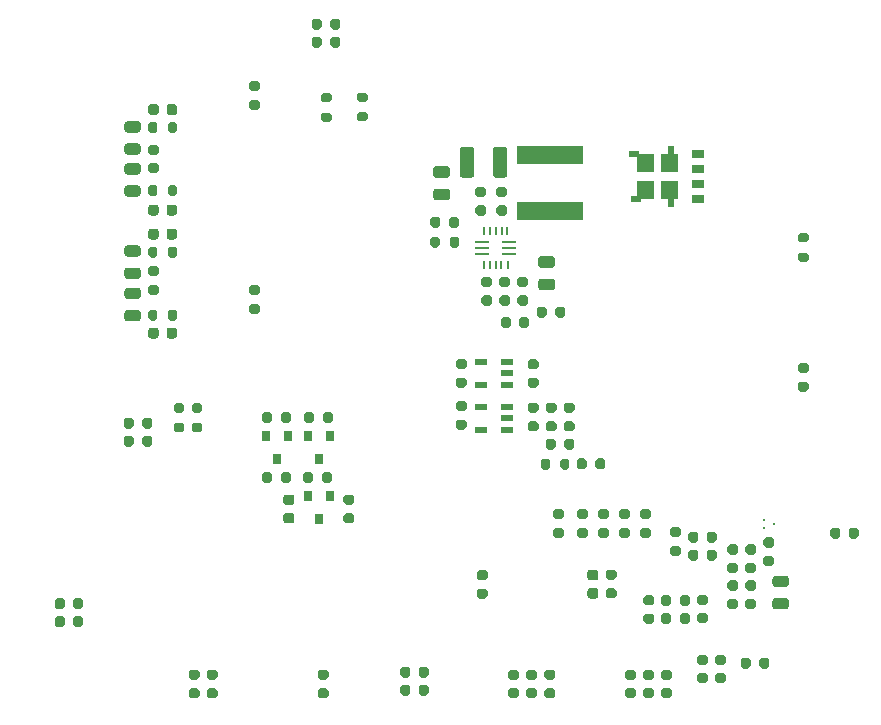
<source format=gbp>
G04 #@! TF.GenerationSoftware,KiCad,Pcbnew,(5.1.9)-1*
G04 #@! TF.CreationDate,2021-04-10T14:09:46+02:00*
G04 #@! TF.ProjectId,musical-box,6d757369-6361-46c2-9d62-6f782e6b6963,rev?*
G04 #@! TF.SameCoordinates,Original*
G04 #@! TF.FileFunction,Paste,Bot*
G04 #@! TF.FilePolarity,Positive*
%FSLAX46Y46*%
G04 Gerber Fmt 4.6, Leading zero omitted, Abs format (unit mm)*
G04 Created by KiCad (PCBNEW (5.1.9)-1) date 2021-04-10 14:09:46*
%MOMM*%
%LPD*%
G01*
G04 APERTURE LIST*
%ADD10C,0.010000*%
%ADD11R,0.780000X0.880000*%
%ADD12R,0.280000X0.280000*%
%ADD13R,0.980000X0.730000*%
%ADD14R,1.040000X0.630000*%
%ADD15R,0.230000X0.730000*%
%ADD16R,1.280000X0.230000*%
%ADD17R,5.680000X1.580000*%
G04 APERTURE END LIST*
D10*
G36*
X401390500Y-139866000D02*
G01*
X400110500Y-139866000D01*
X400110500Y-141306000D01*
X401390500Y-141306000D01*
X401390500Y-139866000D01*
G37*
X401390500Y-139866000D02*
X400110500Y-139866000D01*
X400110500Y-141306000D01*
X401390500Y-141306000D01*
X401390500Y-139866000D01*
G36*
X403420500Y-139866000D02*
G01*
X402140500Y-139866000D01*
X402140500Y-141306000D01*
X403420500Y-141306000D01*
X403420500Y-139866000D01*
G37*
X403420500Y-139866000D02*
X402140500Y-139866000D01*
X402140500Y-141306000D01*
X403420500Y-141306000D01*
X403420500Y-139866000D01*
G36*
X401390500Y-137586000D02*
G01*
X400110500Y-137586000D01*
X400110500Y-139026000D01*
X401390500Y-139026000D01*
X401390500Y-137586000D01*
G37*
X401390500Y-137586000D02*
X400110500Y-137586000D01*
X400110500Y-139026000D01*
X401390500Y-139026000D01*
X401390500Y-137586000D01*
G36*
X403420500Y-137586000D02*
G01*
X402140500Y-137586000D01*
X402140500Y-139026000D01*
X403420500Y-139026000D01*
X403420500Y-137586000D01*
G37*
X403420500Y-137586000D02*
X402140500Y-137586000D01*
X402140500Y-139026000D01*
X403420500Y-139026000D01*
X403420500Y-137586000D01*
G36*
X400292000Y-141116000D02*
G01*
X399542000Y-141116000D01*
X399542000Y-141586000D01*
X400292000Y-141586000D01*
X400292000Y-141116000D01*
G37*
X400292000Y-141116000D02*
X399542000Y-141116000D01*
X399542000Y-141586000D01*
X400292000Y-141586000D01*
X400292000Y-141116000D01*
G36*
X403160500Y-136906000D02*
G01*
X402670500Y-136906000D01*
X402670500Y-137811000D01*
X403160500Y-137811000D01*
X403160500Y-136906000D01*
G37*
X403160500Y-136906000D02*
X402670500Y-136906000D01*
X402670500Y-137811000D01*
X403160500Y-137811000D01*
X403160500Y-136906000D01*
G36*
X403160500Y-141081000D02*
G01*
X402670500Y-141081000D01*
X402670500Y-141986000D01*
X403160500Y-141986000D01*
X403160500Y-141081000D01*
G37*
X403160500Y-141081000D02*
X402670500Y-141081000D01*
X402670500Y-141986000D01*
X403160500Y-141986000D01*
X403160500Y-141081000D01*
G36*
X400165000Y-137306000D02*
G01*
X399415000Y-137306000D01*
X399415000Y-137776000D01*
X400165000Y-137776000D01*
X400165000Y-137306000D01*
G37*
X400165000Y-137306000D02*
X399415000Y-137306000D01*
X399415000Y-137776000D01*
X400165000Y-137776000D01*
X400165000Y-137306000D01*
G36*
G01*
X383359000Y-144764000D02*
X383359000Y-145304000D01*
G75*
G02*
X383164000Y-145499000I-195000J0D01*
G01*
X382774000Y-145499000D01*
G75*
G02*
X382579000Y-145304000I0J195000D01*
G01*
X382579000Y-144764000D01*
G75*
G02*
X382774000Y-144569000I195000J0D01*
G01*
X383164000Y-144569000D01*
G75*
G02*
X383359000Y-144764000I0J-195000D01*
G01*
G37*
G36*
G01*
X385009000Y-144764000D02*
X385009000Y-145304000D01*
G75*
G02*
X384814000Y-145499000I-195000J0D01*
G01*
X384424000Y-145499000D01*
G75*
G02*
X384229000Y-145304000I0J195000D01*
G01*
X384229000Y-144764000D01*
G75*
G02*
X384424000Y-144569000I195000J0D01*
G01*
X384814000Y-144569000D01*
G75*
G02*
X385009000Y-144764000I0J-195000D01*
G01*
G37*
D11*
X369570000Y-163433000D03*
X370520000Y-161433000D03*
X368620000Y-161433000D03*
X373126000Y-163433000D03*
X374076000Y-161433000D03*
X372176000Y-161433000D03*
G36*
G01*
X383998000Y-139596000D02*
X383058000Y-139596000D01*
G75*
G02*
X382813000Y-139351000I0J245000D01*
G01*
X382813000Y-138861000D01*
G75*
G02*
X383058000Y-138616000I245000J0D01*
G01*
X383998000Y-138616000D01*
G75*
G02*
X384243000Y-138861000I0J-245000D01*
G01*
X384243000Y-139351000D01*
G75*
G02*
X383998000Y-139596000I-245000J0D01*
G01*
G37*
G36*
G01*
X383998000Y-141496000D02*
X383058000Y-141496000D01*
G75*
G02*
X382813000Y-141251000I0J245000D01*
G01*
X382813000Y-140761000D01*
G75*
G02*
X383058000Y-140516000I245000J0D01*
G01*
X383998000Y-140516000D01*
G75*
G02*
X384243000Y-140761000I0J-245000D01*
G01*
X384243000Y-141251000D01*
G75*
G02*
X383998000Y-141496000I-245000J0D01*
G01*
G37*
G36*
G01*
X392888000Y-147216000D02*
X391948000Y-147216000D01*
G75*
G02*
X391703000Y-146971000I0J245000D01*
G01*
X391703000Y-146481000D01*
G75*
G02*
X391948000Y-146236000I245000J0D01*
G01*
X392888000Y-146236000D01*
G75*
G02*
X393133000Y-146481000I0J-245000D01*
G01*
X393133000Y-146971000D01*
G75*
G02*
X392888000Y-147216000I-245000J0D01*
G01*
G37*
G36*
G01*
X392888000Y-149116000D02*
X391948000Y-149116000D01*
G75*
G02*
X391703000Y-148871000I0J245000D01*
G01*
X391703000Y-148381000D01*
G75*
G02*
X391948000Y-148136000I245000J0D01*
G01*
X392888000Y-148136000D01*
G75*
G02*
X393133000Y-148381000I0J-245000D01*
G01*
X393133000Y-148871000D01*
G75*
G02*
X392888000Y-149116000I-245000J0D01*
G01*
G37*
D12*
X411651000Y-168910000D03*
X410801000Y-168560000D03*
X410801000Y-169260000D03*
G36*
G01*
X411477250Y-170899500D02*
X410974750Y-170899500D01*
G75*
G02*
X410761000Y-170685750I0J213750D01*
G01*
X410761000Y-170258250D01*
G75*
G02*
X410974750Y-170044500I213750J0D01*
G01*
X411477250Y-170044500D01*
G75*
G02*
X411691000Y-170258250I0J-213750D01*
G01*
X411691000Y-170685750D01*
G75*
G02*
X411477250Y-170899500I-213750J0D01*
G01*
G37*
G36*
G01*
X411477250Y-172474500D02*
X410974750Y-172474500D01*
G75*
G02*
X410761000Y-172260750I0J213750D01*
G01*
X410761000Y-171833250D01*
G75*
G02*
X410974750Y-171619500I213750J0D01*
G01*
X411477250Y-171619500D01*
G75*
G02*
X411691000Y-171833250I0J-213750D01*
G01*
X411691000Y-172260750D01*
G75*
G02*
X411477250Y-172474500I-213750J0D01*
G01*
G37*
G36*
G01*
X417999500Y-169923250D02*
X417999500Y-169420750D01*
G75*
G02*
X418213250Y-169207000I213750J0D01*
G01*
X418640750Y-169207000D01*
G75*
G02*
X418854500Y-169420750I0J-213750D01*
G01*
X418854500Y-169923250D01*
G75*
G02*
X418640750Y-170137000I-213750J0D01*
G01*
X418213250Y-170137000D01*
G75*
G02*
X417999500Y-169923250I0J213750D01*
G01*
G37*
G36*
G01*
X416424500Y-169923250D02*
X416424500Y-169420750D01*
G75*
G02*
X416638250Y-169207000I213750J0D01*
G01*
X417065750Y-169207000D01*
G75*
G02*
X417279500Y-169420750I0J-213750D01*
G01*
X417279500Y-169923250D01*
G75*
G02*
X417065750Y-170137000I-213750J0D01*
G01*
X416638250Y-170137000D01*
G75*
G02*
X416424500Y-169923250I0J213750D01*
G01*
G37*
G36*
G01*
X376539000Y-134039000D02*
X377079000Y-134039000D01*
G75*
G02*
X377274000Y-134234000I0J-195000D01*
G01*
X377274000Y-134624000D01*
G75*
G02*
X377079000Y-134819000I-195000J0D01*
G01*
X376539000Y-134819000D01*
G75*
G02*
X376344000Y-134624000I0J195000D01*
G01*
X376344000Y-134234000D01*
G75*
G02*
X376539000Y-134039000I195000J0D01*
G01*
G37*
G36*
G01*
X376539000Y-132389000D02*
X377079000Y-132389000D01*
G75*
G02*
X377274000Y-132584000I0J-195000D01*
G01*
X377274000Y-132974000D01*
G75*
G02*
X377079000Y-133169000I-195000J0D01*
G01*
X376539000Y-133169000D01*
G75*
G02*
X376344000Y-132974000I0J195000D01*
G01*
X376344000Y-132584000D01*
G75*
G02*
X376539000Y-132389000I195000J0D01*
G01*
G37*
G36*
G01*
X373498000Y-134075000D02*
X374038000Y-134075000D01*
G75*
G02*
X374233000Y-134270000I0J-195000D01*
G01*
X374233000Y-134660000D01*
G75*
G02*
X374038000Y-134855000I-195000J0D01*
G01*
X373498000Y-134855000D01*
G75*
G02*
X373303000Y-134660000I0J195000D01*
G01*
X373303000Y-134270000D01*
G75*
G02*
X373498000Y-134075000I195000J0D01*
G01*
G37*
G36*
G01*
X373498000Y-132425000D02*
X374038000Y-132425000D01*
G75*
G02*
X374233000Y-132620000I0J-195000D01*
G01*
X374233000Y-133010000D01*
G75*
G02*
X374038000Y-133205000I-195000J0D01*
G01*
X373498000Y-133205000D01*
G75*
G02*
X373303000Y-133010000I0J195000D01*
G01*
X373303000Y-132620000D01*
G75*
G02*
X373498000Y-132425000I195000J0D01*
G01*
G37*
G36*
G01*
X392705000Y-163560000D02*
X392705000Y-164100000D01*
G75*
G02*
X392510000Y-164295000I-195000J0D01*
G01*
X392120000Y-164295000D01*
G75*
G02*
X391925000Y-164100000I0J195000D01*
G01*
X391925000Y-163560000D01*
G75*
G02*
X392120000Y-163365000I195000J0D01*
G01*
X392510000Y-163365000D01*
G75*
G02*
X392705000Y-163560000I0J-195000D01*
G01*
G37*
G36*
G01*
X394355000Y-163560000D02*
X394355000Y-164100000D01*
G75*
G02*
X394160000Y-164295000I-195000J0D01*
G01*
X393770000Y-164295000D01*
G75*
G02*
X393575000Y-164100000I0J195000D01*
G01*
X393575000Y-163560000D01*
G75*
G02*
X393770000Y-163365000I195000J0D01*
G01*
X394160000Y-163365000D01*
G75*
G02*
X394355000Y-163560000I0J-195000D01*
G01*
G37*
G36*
G01*
X414405000Y-145068000D02*
X413865000Y-145068000D01*
G75*
G02*
X413670000Y-144873000I0J195000D01*
G01*
X413670000Y-144483000D01*
G75*
G02*
X413865000Y-144288000I195000J0D01*
G01*
X414405000Y-144288000D01*
G75*
G02*
X414600000Y-144483000I0J-195000D01*
G01*
X414600000Y-144873000D01*
G75*
G02*
X414405000Y-145068000I-195000J0D01*
G01*
G37*
G36*
G01*
X414405000Y-146718000D02*
X413865000Y-146718000D01*
G75*
G02*
X413670000Y-146523000I0J195000D01*
G01*
X413670000Y-146133000D01*
G75*
G02*
X413865000Y-145938000I195000J0D01*
G01*
X414405000Y-145938000D01*
G75*
G02*
X414600000Y-146133000I0J-195000D01*
G01*
X414600000Y-146523000D01*
G75*
G02*
X414405000Y-146718000I-195000J0D01*
G01*
G37*
G36*
G01*
X405877250Y-180830000D02*
X405374750Y-180830000D01*
G75*
G02*
X405161000Y-180616250I0J213750D01*
G01*
X405161000Y-180188750D01*
G75*
G02*
X405374750Y-179975000I213750J0D01*
G01*
X405877250Y-179975000D01*
G75*
G02*
X406091000Y-180188750I0J-213750D01*
G01*
X406091000Y-180616250D01*
G75*
G02*
X405877250Y-180830000I-213750J0D01*
G01*
G37*
G36*
G01*
X405877250Y-182405000D02*
X405374750Y-182405000D01*
G75*
G02*
X405161000Y-182191250I0J213750D01*
G01*
X405161000Y-181763750D01*
G75*
G02*
X405374750Y-181550000I213750J0D01*
G01*
X405877250Y-181550000D01*
G75*
G02*
X406091000Y-181763750I0J-213750D01*
G01*
X406091000Y-182191250D01*
G75*
G02*
X405877250Y-182405000I-213750J0D01*
G01*
G37*
G36*
G01*
X380882000Y-182716750D02*
X380882000Y-183219250D01*
G75*
G02*
X380668250Y-183433000I-213750J0D01*
G01*
X380240750Y-183433000D01*
G75*
G02*
X380027000Y-183219250I0J213750D01*
G01*
X380027000Y-182716750D01*
G75*
G02*
X380240750Y-182503000I213750J0D01*
G01*
X380668250Y-182503000D01*
G75*
G02*
X380882000Y-182716750I0J-213750D01*
G01*
G37*
G36*
G01*
X382457000Y-182716750D02*
X382457000Y-183219250D01*
G75*
G02*
X382243250Y-183433000I-213750J0D01*
G01*
X381815750Y-183433000D01*
G75*
G02*
X381602000Y-183219250I0J213750D01*
G01*
X381602000Y-182716750D01*
G75*
G02*
X381815750Y-182503000I213750J0D01*
G01*
X382243250Y-182503000D01*
G75*
G02*
X382457000Y-182716750I0J-213750D01*
G01*
G37*
G36*
G01*
X380882000Y-181192750D02*
X380882000Y-181695250D01*
G75*
G02*
X380668250Y-181909000I-213750J0D01*
G01*
X380240750Y-181909000D01*
G75*
G02*
X380027000Y-181695250I0J213750D01*
G01*
X380027000Y-181192750D01*
G75*
G02*
X380240750Y-180979000I213750J0D01*
G01*
X380668250Y-180979000D01*
G75*
G02*
X380882000Y-181192750I0J-213750D01*
G01*
G37*
G36*
G01*
X382457000Y-181192750D02*
X382457000Y-181695250D01*
G75*
G02*
X382243250Y-181909000I-213750J0D01*
G01*
X381815750Y-181909000D01*
G75*
G02*
X381602000Y-181695250I0J213750D01*
G01*
X381602000Y-181192750D01*
G75*
G02*
X381815750Y-180979000I213750J0D01*
G01*
X382243250Y-180979000D01*
G75*
G02*
X382457000Y-181192750I0J-213750D01*
G01*
G37*
G36*
G01*
X387201250Y-173657000D02*
X386698750Y-173657000D01*
G75*
G02*
X386485000Y-173443250I0J213750D01*
G01*
X386485000Y-173015750D01*
G75*
G02*
X386698750Y-172802000I213750J0D01*
G01*
X387201250Y-172802000D01*
G75*
G02*
X387415000Y-173015750I0J-213750D01*
G01*
X387415000Y-173443250D01*
G75*
G02*
X387201250Y-173657000I-213750J0D01*
G01*
G37*
G36*
G01*
X387201250Y-175232000D02*
X386698750Y-175232000D01*
G75*
G02*
X386485000Y-175018250I0J213750D01*
G01*
X386485000Y-174590750D01*
G75*
G02*
X386698750Y-174377000I213750J0D01*
G01*
X387201250Y-174377000D01*
G75*
G02*
X387415000Y-174590750I0J-213750D01*
G01*
X387415000Y-175018250D01*
G75*
G02*
X387201250Y-175232000I-213750J0D01*
G01*
G37*
G36*
G01*
X362321750Y-182820000D02*
X362824250Y-182820000D01*
G75*
G02*
X363038000Y-183033750I0J-213750D01*
G01*
X363038000Y-183461250D01*
G75*
G02*
X362824250Y-183675000I-213750J0D01*
G01*
X362321750Y-183675000D01*
G75*
G02*
X362108000Y-183461250I0J213750D01*
G01*
X362108000Y-183033750D01*
G75*
G02*
X362321750Y-182820000I213750J0D01*
G01*
G37*
G36*
G01*
X362321750Y-181245000D02*
X362824250Y-181245000D01*
G75*
G02*
X363038000Y-181458750I0J-213750D01*
G01*
X363038000Y-181886250D01*
G75*
G02*
X362824250Y-182100000I-213750J0D01*
G01*
X362321750Y-182100000D01*
G75*
G02*
X362108000Y-181886250I0J213750D01*
G01*
X362108000Y-181458750D01*
G75*
G02*
X362321750Y-181245000I213750J0D01*
G01*
G37*
G36*
G01*
X402829250Y-182100000D02*
X402326750Y-182100000D01*
G75*
G02*
X402113000Y-181886250I0J213750D01*
G01*
X402113000Y-181458750D01*
G75*
G02*
X402326750Y-181245000I213750J0D01*
G01*
X402829250Y-181245000D01*
G75*
G02*
X403043000Y-181458750I0J-213750D01*
G01*
X403043000Y-181886250D01*
G75*
G02*
X402829250Y-182100000I-213750J0D01*
G01*
G37*
G36*
G01*
X402829250Y-183675000D02*
X402326750Y-183675000D01*
G75*
G02*
X402113000Y-183461250I0J213750D01*
G01*
X402113000Y-183033750D01*
G75*
G02*
X402326750Y-182820000I213750J0D01*
G01*
X402829250Y-182820000D01*
G75*
G02*
X403043000Y-183033750I0J-213750D01*
G01*
X403043000Y-183461250D01*
G75*
G02*
X402829250Y-183675000I-213750J0D01*
G01*
G37*
G36*
G01*
X414386250Y-156128500D02*
X413883750Y-156128500D01*
G75*
G02*
X413670000Y-155914750I0J213750D01*
G01*
X413670000Y-155487250D01*
G75*
G02*
X413883750Y-155273500I213750J0D01*
G01*
X414386250Y-155273500D01*
G75*
G02*
X414600000Y-155487250I0J-213750D01*
G01*
X414600000Y-155914750D01*
G75*
G02*
X414386250Y-156128500I-213750J0D01*
G01*
G37*
G36*
G01*
X414386250Y-157703500D02*
X413883750Y-157703500D01*
G75*
G02*
X413670000Y-157489750I0J213750D01*
G01*
X413670000Y-157062250D01*
G75*
G02*
X413883750Y-156848500I213750J0D01*
G01*
X414386250Y-156848500D01*
G75*
G02*
X414600000Y-157062250I0J-213750D01*
G01*
X414600000Y-157489750D01*
G75*
G02*
X414386250Y-157703500I-213750J0D01*
G01*
G37*
D13*
X405258000Y-137541000D03*
X405258000Y-141351000D03*
X405258000Y-138811000D03*
X405258000Y-140081000D03*
G36*
G01*
X370341000Y-167975000D02*
X370831000Y-167975000D01*
G75*
G02*
X371051000Y-168195000I0J-220000D01*
G01*
X371051000Y-168635000D01*
G75*
G02*
X370831000Y-168855000I-220000J0D01*
G01*
X370341000Y-168855000D01*
G75*
G02*
X370121000Y-168635000I0J220000D01*
G01*
X370121000Y-168195000D01*
G75*
G02*
X370341000Y-167975000I220000J0D01*
G01*
G37*
G36*
G01*
X370341000Y-166425000D02*
X370831000Y-166425000D01*
G75*
G02*
X371051000Y-166645000I0J-220000D01*
G01*
X371051000Y-167085000D01*
G75*
G02*
X370831000Y-167305000I-220000J0D01*
G01*
X370341000Y-167305000D01*
G75*
G02*
X370121000Y-167085000I0J220000D01*
G01*
X370121000Y-166645000D01*
G75*
G02*
X370341000Y-166425000I220000J0D01*
G01*
G37*
G36*
G01*
X396585000Y-173670000D02*
X396095000Y-173670000D01*
G75*
G02*
X395875000Y-173450000I0J220000D01*
G01*
X395875000Y-173010000D01*
G75*
G02*
X396095000Y-172790000I220000J0D01*
G01*
X396585000Y-172790000D01*
G75*
G02*
X396805000Y-173010000I0J-220000D01*
G01*
X396805000Y-173450000D01*
G75*
G02*
X396585000Y-173670000I-220000J0D01*
G01*
G37*
G36*
G01*
X396585000Y-175220000D02*
X396095000Y-175220000D01*
G75*
G02*
X395875000Y-175000000I0J220000D01*
G01*
X395875000Y-174560000D01*
G75*
G02*
X396095000Y-174340000I220000J0D01*
G01*
X396585000Y-174340000D01*
G75*
G02*
X396805000Y-174560000I0J-220000D01*
G01*
X396805000Y-175000000D01*
G75*
G02*
X396585000Y-175220000I-220000J0D01*
G01*
G37*
G36*
G01*
X358173000Y-160613250D02*
X358173000Y-160110750D01*
G75*
G02*
X358386750Y-159897000I213750J0D01*
G01*
X358814250Y-159897000D01*
G75*
G02*
X359028000Y-160110750I0J-213750D01*
G01*
X359028000Y-160613250D01*
G75*
G02*
X358814250Y-160827000I-213750J0D01*
G01*
X358386750Y-160827000D01*
G75*
G02*
X358173000Y-160613250I0J213750D01*
G01*
G37*
G36*
G01*
X356598000Y-160613250D02*
X356598000Y-160110750D01*
G75*
G02*
X356811750Y-159897000I213750J0D01*
G01*
X357239250Y-159897000D01*
G75*
G02*
X357453000Y-160110750I0J-213750D01*
G01*
X357453000Y-160613250D01*
G75*
G02*
X357239250Y-160827000I-213750J0D01*
G01*
X356811750Y-160827000D01*
G75*
G02*
X356598000Y-160613250I0J213750D01*
G01*
G37*
G36*
G01*
X361023500Y-160343000D02*
X361563500Y-160343000D01*
G75*
G02*
X361758500Y-160538000I0J-195000D01*
G01*
X361758500Y-160928000D01*
G75*
G02*
X361563500Y-161123000I-195000J0D01*
G01*
X361023500Y-161123000D01*
G75*
G02*
X360828500Y-160928000I0J195000D01*
G01*
X360828500Y-160538000D01*
G75*
G02*
X361023500Y-160343000I195000J0D01*
G01*
G37*
G36*
G01*
X361023500Y-158693000D02*
X361563500Y-158693000D01*
G75*
G02*
X361758500Y-158888000I0J-195000D01*
G01*
X361758500Y-159278000D01*
G75*
G02*
X361563500Y-159473000I-195000J0D01*
G01*
X361023500Y-159473000D01*
G75*
G02*
X360828500Y-159278000I0J195000D01*
G01*
X360828500Y-158888000D01*
G75*
G02*
X361023500Y-158693000I195000J0D01*
G01*
G37*
G36*
G01*
X362547500Y-160343000D02*
X363087500Y-160343000D01*
G75*
G02*
X363282500Y-160538000I0J-195000D01*
G01*
X363282500Y-160928000D01*
G75*
G02*
X363087500Y-161123000I-195000J0D01*
G01*
X362547500Y-161123000D01*
G75*
G02*
X362352500Y-160928000I0J195000D01*
G01*
X362352500Y-160538000D01*
G75*
G02*
X362547500Y-160343000I195000J0D01*
G01*
G37*
G36*
G01*
X362547500Y-158693000D02*
X363087500Y-158693000D01*
G75*
G02*
X363282500Y-158888000I0J-195000D01*
G01*
X363282500Y-159278000D01*
G75*
G02*
X363087500Y-159473000I-195000J0D01*
G01*
X362547500Y-159473000D01*
G75*
G02*
X362352500Y-159278000I0J195000D01*
G01*
X362352500Y-158888000D01*
G75*
G02*
X362547500Y-158693000I195000J0D01*
G01*
G37*
G36*
G01*
X359471000Y-135073000D02*
X359471000Y-135613000D01*
G75*
G02*
X359276000Y-135808000I-195000J0D01*
G01*
X358886000Y-135808000D01*
G75*
G02*
X358691000Y-135613000I0J195000D01*
G01*
X358691000Y-135073000D01*
G75*
G02*
X358886000Y-134878000I195000J0D01*
G01*
X359276000Y-134878000D01*
G75*
G02*
X359471000Y-135073000I0J-195000D01*
G01*
G37*
G36*
G01*
X361121000Y-135073000D02*
X361121000Y-135613000D01*
G75*
G02*
X360926000Y-135808000I-195000J0D01*
G01*
X360536000Y-135808000D01*
G75*
G02*
X360341000Y-135613000I0J195000D01*
G01*
X360341000Y-135073000D01*
G75*
G02*
X360536000Y-134878000I195000J0D01*
G01*
X360926000Y-134878000D01*
G75*
G02*
X361121000Y-135073000I0J-195000D01*
G01*
G37*
G36*
G01*
X359471000Y-140407000D02*
X359471000Y-140947000D01*
G75*
G02*
X359276000Y-141142000I-195000J0D01*
G01*
X358886000Y-141142000D01*
G75*
G02*
X358691000Y-140947000I0J195000D01*
G01*
X358691000Y-140407000D01*
G75*
G02*
X358886000Y-140212000I195000J0D01*
G01*
X359276000Y-140212000D01*
G75*
G02*
X359471000Y-140407000I0J-195000D01*
G01*
G37*
G36*
G01*
X361121000Y-140407000D02*
X361121000Y-140947000D01*
G75*
G02*
X360926000Y-141142000I-195000J0D01*
G01*
X360536000Y-141142000D01*
G75*
G02*
X360341000Y-140947000I0J195000D01*
G01*
X360341000Y-140407000D01*
G75*
G02*
X360536000Y-140212000I195000J0D01*
G01*
X360926000Y-140212000D01*
G75*
G02*
X361121000Y-140407000I0J-195000D01*
G01*
G37*
G36*
G01*
X359471000Y-145614000D02*
X359471000Y-146154000D01*
G75*
G02*
X359276000Y-146349000I-195000J0D01*
G01*
X358886000Y-146349000D01*
G75*
G02*
X358691000Y-146154000I0J195000D01*
G01*
X358691000Y-145614000D01*
G75*
G02*
X358886000Y-145419000I195000J0D01*
G01*
X359276000Y-145419000D01*
G75*
G02*
X359471000Y-145614000I0J-195000D01*
G01*
G37*
G36*
G01*
X361121000Y-145614000D02*
X361121000Y-146154000D01*
G75*
G02*
X360926000Y-146349000I-195000J0D01*
G01*
X360536000Y-146349000D01*
G75*
G02*
X360341000Y-146154000I0J195000D01*
G01*
X360341000Y-145614000D01*
G75*
G02*
X360536000Y-145419000I195000J0D01*
G01*
X360926000Y-145419000D01*
G75*
G02*
X361121000Y-145614000I0J-195000D01*
G01*
G37*
G36*
G01*
X359471000Y-150948000D02*
X359471000Y-151488000D01*
G75*
G02*
X359276000Y-151683000I-195000J0D01*
G01*
X358886000Y-151683000D01*
G75*
G02*
X358691000Y-151488000I0J195000D01*
G01*
X358691000Y-150948000D01*
G75*
G02*
X358886000Y-150753000I195000J0D01*
G01*
X359276000Y-150753000D01*
G75*
G02*
X359471000Y-150948000I0J-195000D01*
G01*
G37*
G36*
G01*
X361121000Y-150948000D02*
X361121000Y-151488000D01*
G75*
G02*
X360926000Y-151683000I-195000J0D01*
G01*
X360536000Y-151683000D01*
G75*
G02*
X360341000Y-151488000I0J195000D01*
G01*
X360341000Y-150948000D01*
G75*
G02*
X360536000Y-150753000I195000J0D01*
G01*
X360926000Y-150753000D01*
G75*
G02*
X361121000Y-150948000I0J-195000D01*
G01*
G37*
G36*
G01*
X359571000Y-133574000D02*
X359571000Y-134064000D01*
G75*
G02*
X359351000Y-134284000I-220000J0D01*
G01*
X358911000Y-134284000D01*
G75*
G02*
X358691000Y-134064000I0J220000D01*
G01*
X358691000Y-133574000D01*
G75*
G02*
X358911000Y-133354000I220000J0D01*
G01*
X359351000Y-133354000D01*
G75*
G02*
X359571000Y-133574000I0J-220000D01*
G01*
G37*
G36*
G01*
X361121000Y-133574000D02*
X361121000Y-134064000D01*
G75*
G02*
X360901000Y-134284000I-220000J0D01*
G01*
X360461000Y-134284000D01*
G75*
G02*
X360241000Y-134064000I0J220000D01*
G01*
X360241000Y-133574000D01*
G75*
G02*
X360461000Y-133354000I220000J0D01*
G01*
X360901000Y-133354000D01*
G75*
G02*
X361121000Y-133574000I0J-220000D01*
G01*
G37*
G36*
G01*
X359571000Y-142083000D02*
X359571000Y-142573000D01*
G75*
G02*
X359351000Y-142793000I-220000J0D01*
G01*
X358911000Y-142793000D01*
G75*
G02*
X358691000Y-142573000I0J220000D01*
G01*
X358691000Y-142083000D01*
G75*
G02*
X358911000Y-141863000I220000J0D01*
G01*
X359351000Y-141863000D01*
G75*
G02*
X359571000Y-142083000I0J-220000D01*
G01*
G37*
G36*
G01*
X361121000Y-142083000D02*
X361121000Y-142573000D01*
G75*
G02*
X360901000Y-142793000I-220000J0D01*
G01*
X360461000Y-142793000D01*
G75*
G02*
X360241000Y-142573000I0J220000D01*
G01*
X360241000Y-142083000D01*
G75*
G02*
X360461000Y-141863000I220000J0D01*
G01*
X360901000Y-141863000D01*
G75*
G02*
X361121000Y-142083000I0J-220000D01*
G01*
G37*
G36*
G01*
X359571000Y-144115000D02*
X359571000Y-144605000D01*
G75*
G02*
X359351000Y-144825000I-220000J0D01*
G01*
X358911000Y-144825000D01*
G75*
G02*
X358691000Y-144605000I0J220000D01*
G01*
X358691000Y-144115000D01*
G75*
G02*
X358911000Y-143895000I220000J0D01*
G01*
X359351000Y-143895000D01*
G75*
G02*
X359571000Y-144115000I0J-220000D01*
G01*
G37*
G36*
G01*
X361121000Y-144115000D02*
X361121000Y-144605000D01*
G75*
G02*
X360901000Y-144825000I-220000J0D01*
G01*
X360461000Y-144825000D01*
G75*
G02*
X360241000Y-144605000I0J220000D01*
G01*
X360241000Y-144115000D01*
G75*
G02*
X360461000Y-143895000I220000J0D01*
G01*
X360901000Y-143895000D01*
G75*
G02*
X361121000Y-144115000I0J-220000D01*
G01*
G37*
G36*
G01*
X359571000Y-152497000D02*
X359571000Y-152987000D01*
G75*
G02*
X359351000Y-153207000I-220000J0D01*
G01*
X358911000Y-153207000D01*
G75*
G02*
X358691000Y-152987000I0J220000D01*
G01*
X358691000Y-152497000D01*
G75*
G02*
X358911000Y-152277000I220000J0D01*
G01*
X359351000Y-152277000D01*
G75*
G02*
X359571000Y-152497000I0J-220000D01*
G01*
G37*
G36*
G01*
X361121000Y-152497000D02*
X361121000Y-152987000D01*
G75*
G02*
X360901000Y-153207000I-220000J0D01*
G01*
X360461000Y-153207000D01*
G75*
G02*
X360241000Y-152987000I0J220000D01*
G01*
X360241000Y-152497000D01*
G75*
G02*
X360461000Y-152277000I220000J0D01*
G01*
X360901000Y-152277000D01*
G75*
G02*
X361121000Y-152497000I0J-220000D01*
G01*
G37*
G36*
G01*
X398123250Y-173631500D02*
X397620750Y-173631500D01*
G75*
G02*
X397407000Y-173417750I0J213750D01*
G01*
X397407000Y-172990250D01*
G75*
G02*
X397620750Y-172776500I213750J0D01*
G01*
X398123250Y-172776500D01*
G75*
G02*
X398337000Y-172990250I0J-213750D01*
G01*
X398337000Y-173417750D01*
G75*
G02*
X398123250Y-173631500I-213750J0D01*
G01*
G37*
G36*
G01*
X398123250Y-175206500D02*
X397620750Y-175206500D01*
G75*
G02*
X397407000Y-174992750I0J213750D01*
G01*
X397407000Y-174565250D01*
G75*
G02*
X397620750Y-174351500I213750J0D01*
G01*
X398123250Y-174351500D01*
G75*
G02*
X398337000Y-174565250I0J-213750D01*
G01*
X398337000Y-174992750D01*
G75*
G02*
X398123250Y-175206500I-213750J0D01*
G01*
G37*
D11*
X373126000Y-168513000D03*
X374076000Y-166513000D03*
X372176000Y-166513000D03*
D14*
X386873000Y-159017000D03*
X386873000Y-160917000D03*
X389073000Y-160917000D03*
X389073000Y-159967000D03*
X389073000Y-159017000D03*
X386873000Y-155207000D03*
X386873000Y-157107000D03*
X389073000Y-157107000D03*
X389073000Y-156157000D03*
X389073000Y-155207000D03*
D15*
X389104000Y-144074000D03*
X388608000Y-144074000D03*
X388104000Y-144074000D03*
X387604000Y-144074000D03*
X387084000Y-144074000D03*
D16*
X386950000Y-145020000D03*
X386950000Y-145520000D03*
X386950000Y-146020000D03*
D15*
X387096000Y-146974000D03*
X387596000Y-146974000D03*
X388096000Y-146974000D03*
X388596000Y-146974000D03*
X389116000Y-146974000D03*
D16*
X389250000Y-146028000D03*
X389250000Y-145528000D03*
X389250000Y-145028000D03*
G36*
G01*
X373389000Y-127852750D02*
X373389000Y-128355250D01*
G75*
G02*
X373175250Y-128569000I-213750J0D01*
G01*
X372747750Y-128569000D01*
G75*
G02*
X372534000Y-128355250I0J213750D01*
G01*
X372534000Y-127852750D01*
G75*
G02*
X372747750Y-127639000I213750J0D01*
G01*
X373175250Y-127639000D01*
G75*
G02*
X373389000Y-127852750I0J-213750D01*
G01*
G37*
G36*
G01*
X374964000Y-127852750D02*
X374964000Y-128355250D01*
G75*
G02*
X374750250Y-128569000I-213750J0D01*
G01*
X374322750Y-128569000D01*
G75*
G02*
X374109000Y-128355250I0J213750D01*
G01*
X374109000Y-127852750D01*
G75*
G02*
X374322750Y-127639000I213750J0D01*
G01*
X374750250Y-127639000D01*
G75*
G02*
X374964000Y-127852750I0J-213750D01*
G01*
G37*
G36*
G01*
X373389000Y-126328750D02*
X373389000Y-126831250D01*
G75*
G02*
X373175250Y-127045000I-213750J0D01*
G01*
X372747750Y-127045000D01*
G75*
G02*
X372534000Y-126831250I0J213750D01*
G01*
X372534000Y-126328750D01*
G75*
G02*
X372747750Y-126115000I213750J0D01*
G01*
X373175250Y-126115000D01*
G75*
G02*
X373389000Y-126328750I0J-213750D01*
G01*
G37*
G36*
G01*
X374964000Y-126328750D02*
X374964000Y-126831250D01*
G75*
G02*
X374750250Y-127045000I-213750J0D01*
G01*
X374322750Y-127045000D01*
G75*
G02*
X374109000Y-126831250I0J213750D01*
G01*
X374109000Y-126328750D01*
G75*
G02*
X374322750Y-126115000I213750J0D01*
G01*
X374750250Y-126115000D01*
G75*
G02*
X374964000Y-126328750I0J-213750D01*
G01*
G37*
G36*
G01*
X407401250Y-180830000D02*
X406898750Y-180830000D01*
G75*
G02*
X406685000Y-180616250I0J213750D01*
G01*
X406685000Y-180188750D01*
G75*
G02*
X406898750Y-179975000I213750J0D01*
G01*
X407401250Y-179975000D01*
G75*
G02*
X407615000Y-180188750I0J-213750D01*
G01*
X407615000Y-180616250D01*
G75*
G02*
X407401250Y-180830000I-213750J0D01*
G01*
G37*
G36*
G01*
X407401250Y-182405000D02*
X406898750Y-182405000D01*
G75*
G02*
X406685000Y-182191250I0J213750D01*
G01*
X406685000Y-181763750D01*
G75*
G02*
X406898750Y-181550000I213750J0D01*
G01*
X407401250Y-181550000D01*
G75*
G02*
X407615000Y-181763750I0J-213750D01*
G01*
X407615000Y-182191250D01*
G75*
G02*
X407401250Y-182405000I-213750J0D01*
G01*
G37*
G36*
G01*
X399781250Y-182100000D02*
X399278750Y-182100000D01*
G75*
G02*
X399065000Y-181886250I0J213750D01*
G01*
X399065000Y-181458750D01*
G75*
G02*
X399278750Y-181245000I213750J0D01*
G01*
X399781250Y-181245000D01*
G75*
G02*
X399995000Y-181458750I0J-213750D01*
G01*
X399995000Y-181886250D01*
G75*
G02*
X399781250Y-182100000I-213750J0D01*
G01*
G37*
G36*
G01*
X399781250Y-183675000D02*
X399278750Y-183675000D01*
G75*
G02*
X399065000Y-183461250I0J213750D01*
G01*
X399065000Y-183033750D01*
G75*
G02*
X399278750Y-182820000I213750J0D01*
G01*
X399781250Y-182820000D01*
G75*
G02*
X399995000Y-183033750I0J-213750D01*
G01*
X399995000Y-183461250D01*
G75*
G02*
X399781250Y-183675000I-213750J0D01*
G01*
G37*
G36*
G01*
X401305250Y-182100000D02*
X400802750Y-182100000D01*
G75*
G02*
X400589000Y-181886250I0J213750D01*
G01*
X400589000Y-181458750D01*
G75*
G02*
X400802750Y-181245000I213750J0D01*
G01*
X401305250Y-181245000D01*
G75*
G02*
X401519000Y-181458750I0J-213750D01*
G01*
X401519000Y-181886250D01*
G75*
G02*
X401305250Y-182100000I-213750J0D01*
G01*
G37*
G36*
G01*
X401305250Y-183675000D02*
X400802750Y-183675000D01*
G75*
G02*
X400589000Y-183461250I0J213750D01*
G01*
X400589000Y-183033750D01*
G75*
G02*
X400802750Y-182820000I213750J0D01*
G01*
X401305250Y-182820000D01*
G75*
G02*
X401519000Y-183033750I0J-213750D01*
G01*
X401519000Y-183461250D01*
G75*
G02*
X401305250Y-183675000I-213750J0D01*
G01*
G37*
G36*
G01*
X389875250Y-182100000D02*
X389372750Y-182100000D01*
G75*
G02*
X389159000Y-181886250I0J213750D01*
G01*
X389159000Y-181458750D01*
G75*
G02*
X389372750Y-181245000I213750J0D01*
G01*
X389875250Y-181245000D01*
G75*
G02*
X390089000Y-181458750I0J-213750D01*
G01*
X390089000Y-181886250D01*
G75*
G02*
X389875250Y-182100000I-213750J0D01*
G01*
G37*
G36*
G01*
X389875250Y-183675000D02*
X389372750Y-183675000D01*
G75*
G02*
X389159000Y-183461250I0J213750D01*
G01*
X389159000Y-183033750D01*
G75*
G02*
X389372750Y-182820000I213750J0D01*
G01*
X389875250Y-182820000D01*
G75*
G02*
X390089000Y-183033750I0J-213750D01*
G01*
X390089000Y-183461250D01*
G75*
G02*
X389875250Y-183675000I-213750J0D01*
G01*
G37*
G36*
G01*
X391399250Y-182100000D02*
X390896750Y-182100000D01*
G75*
G02*
X390683000Y-181886250I0J213750D01*
G01*
X390683000Y-181458750D01*
G75*
G02*
X390896750Y-181245000I213750J0D01*
G01*
X391399250Y-181245000D01*
G75*
G02*
X391613000Y-181458750I0J-213750D01*
G01*
X391613000Y-181886250D01*
G75*
G02*
X391399250Y-182100000I-213750J0D01*
G01*
G37*
G36*
G01*
X391399250Y-183675000D02*
X390896750Y-183675000D01*
G75*
G02*
X390683000Y-183461250I0J213750D01*
G01*
X390683000Y-183033750D01*
G75*
G02*
X390896750Y-182820000I213750J0D01*
G01*
X391399250Y-182820000D01*
G75*
G02*
X391613000Y-183033750I0J-213750D01*
G01*
X391613000Y-183461250D01*
G75*
G02*
X391399250Y-183675000I-213750J0D01*
G01*
G37*
G36*
G01*
X392942250Y-182100000D02*
X392439750Y-182100000D01*
G75*
G02*
X392226000Y-181886250I0J213750D01*
G01*
X392226000Y-181458750D01*
G75*
G02*
X392439750Y-181245000I213750J0D01*
G01*
X392942250Y-181245000D01*
G75*
G02*
X393156000Y-181458750I0J-213750D01*
G01*
X393156000Y-181886250D01*
G75*
G02*
X392942250Y-182100000I-213750J0D01*
G01*
G37*
G36*
G01*
X392942250Y-183675000D02*
X392439750Y-183675000D01*
G75*
G02*
X392226000Y-183461250I0J213750D01*
G01*
X392226000Y-183033750D01*
G75*
G02*
X392439750Y-182820000I213750J0D01*
G01*
X392942250Y-182820000D01*
G75*
G02*
X393156000Y-183033750I0J-213750D01*
G01*
X393156000Y-183461250D01*
G75*
G02*
X392942250Y-183675000I-213750J0D01*
G01*
G37*
G36*
G01*
X369930000Y-165224250D02*
X369930000Y-164721750D01*
G75*
G02*
X370143750Y-164508000I213750J0D01*
G01*
X370571250Y-164508000D01*
G75*
G02*
X370785000Y-164721750I0J-213750D01*
G01*
X370785000Y-165224250D01*
G75*
G02*
X370571250Y-165438000I-213750J0D01*
G01*
X370143750Y-165438000D01*
G75*
G02*
X369930000Y-165224250I0J213750D01*
G01*
G37*
G36*
G01*
X368355000Y-165224250D02*
X368355000Y-164721750D01*
G75*
G02*
X368568750Y-164508000I213750J0D01*
G01*
X368996250Y-164508000D01*
G75*
G02*
X369210000Y-164721750I0J-213750D01*
G01*
X369210000Y-165224250D01*
G75*
G02*
X368996250Y-165438000I-213750J0D01*
G01*
X368568750Y-165438000D01*
G75*
G02*
X368355000Y-165224250I0J213750D01*
G01*
G37*
G36*
G01*
X369930000Y-160144250D02*
X369930000Y-159641750D01*
G75*
G02*
X370143750Y-159428000I213750J0D01*
G01*
X370571250Y-159428000D01*
G75*
G02*
X370785000Y-159641750I0J-213750D01*
G01*
X370785000Y-160144250D01*
G75*
G02*
X370571250Y-160358000I-213750J0D01*
G01*
X370143750Y-160358000D01*
G75*
G02*
X369930000Y-160144250I0J213750D01*
G01*
G37*
G36*
G01*
X368355000Y-160144250D02*
X368355000Y-159641750D01*
G75*
G02*
X368568750Y-159428000I213750J0D01*
G01*
X368996250Y-159428000D01*
G75*
G02*
X369210000Y-159641750I0J-213750D01*
G01*
X369210000Y-160144250D01*
G75*
G02*
X368996250Y-160358000I-213750J0D01*
G01*
X368568750Y-160358000D01*
G75*
G02*
X368355000Y-160144250I0J213750D01*
G01*
G37*
G36*
G01*
X373486000Y-160144250D02*
X373486000Y-159641750D01*
G75*
G02*
X373699750Y-159428000I213750J0D01*
G01*
X374127250Y-159428000D01*
G75*
G02*
X374341000Y-159641750I0J-213750D01*
G01*
X374341000Y-160144250D01*
G75*
G02*
X374127250Y-160358000I-213750J0D01*
G01*
X373699750Y-160358000D01*
G75*
G02*
X373486000Y-160144250I0J213750D01*
G01*
G37*
G36*
G01*
X371911000Y-160144250D02*
X371911000Y-159641750D01*
G75*
G02*
X372124750Y-159428000I213750J0D01*
G01*
X372552250Y-159428000D01*
G75*
G02*
X372766000Y-159641750I0J-213750D01*
G01*
X372766000Y-160144250D01*
G75*
G02*
X372552250Y-160358000I-213750J0D01*
G01*
X372124750Y-160358000D01*
G75*
G02*
X371911000Y-160144250I0J213750D01*
G01*
G37*
G36*
G01*
X373359000Y-165224250D02*
X373359000Y-164721750D01*
G75*
G02*
X373572750Y-164508000I213750J0D01*
G01*
X374000250Y-164508000D01*
G75*
G02*
X374214000Y-164721750I0J-213750D01*
G01*
X374214000Y-165224250D01*
G75*
G02*
X374000250Y-165438000I-213750J0D01*
G01*
X373572750Y-165438000D01*
G75*
G02*
X373359000Y-165224250I0J213750D01*
G01*
G37*
G36*
G01*
X371784000Y-165224250D02*
X371784000Y-164721750D01*
G75*
G02*
X371997750Y-164508000I213750J0D01*
G01*
X372425250Y-164508000D01*
G75*
G02*
X372639000Y-164721750I0J-213750D01*
G01*
X372639000Y-165224250D01*
G75*
G02*
X372425250Y-165438000I-213750J0D01*
G01*
X371997750Y-165438000D01*
G75*
G02*
X371784000Y-165224250I0J213750D01*
G01*
G37*
G36*
G01*
X358173000Y-162137250D02*
X358173000Y-161634750D01*
G75*
G02*
X358386750Y-161421000I213750J0D01*
G01*
X358814250Y-161421000D01*
G75*
G02*
X359028000Y-161634750I0J-213750D01*
G01*
X359028000Y-162137250D01*
G75*
G02*
X358814250Y-162351000I-213750J0D01*
G01*
X358386750Y-162351000D01*
G75*
G02*
X358173000Y-162137250I0J213750D01*
G01*
G37*
G36*
G01*
X356598000Y-162137250D02*
X356598000Y-161634750D01*
G75*
G02*
X356811750Y-161421000I213750J0D01*
G01*
X357239250Y-161421000D01*
G75*
G02*
X357453000Y-161634750I0J-213750D01*
G01*
X357453000Y-162137250D01*
G75*
G02*
X357239250Y-162351000I-213750J0D01*
G01*
X356811750Y-162351000D01*
G75*
G02*
X356598000Y-162137250I0J213750D01*
G01*
G37*
G36*
G01*
X375917250Y-167280000D02*
X375414750Y-167280000D01*
G75*
G02*
X375201000Y-167066250I0J213750D01*
G01*
X375201000Y-166638750D01*
G75*
G02*
X375414750Y-166425000I213750J0D01*
G01*
X375917250Y-166425000D01*
G75*
G02*
X376131000Y-166638750I0J-213750D01*
G01*
X376131000Y-167066250D01*
G75*
G02*
X375917250Y-167280000I-213750J0D01*
G01*
G37*
G36*
G01*
X375917250Y-168855000D02*
X375414750Y-168855000D01*
G75*
G02*
X375201000Y-168641250I0J213750D01*
G01*
X375201000Y-168213750D01*
G75*
G02*
X375414750Y-168000000I213750J0D01*
G01*
X375917250Y-168000000D01*
G75*
G02*
X376131000Y-168213750I0J-213750D01*
G01*
X376131000Y-168641250D01*
G75*
G02*
X375917250Y-168855000I-213750J0D01*
G01*
G37*
G36*
G01*
X397495250Y-168511000D02*
X396992750Y-168511000D01*
G75*
G02*
X396779000Y-168297250I0J213750D01*
G01*
X396779000Y-167869750D01*
G75*
G02*
X396992750Y-167656000I213750J0D01*
G01*
X397495250Y-167656000D01*
G75*
G02*
X397709000Y-167869750I0J-213750D01*
G01*
X397709000Y-168297250D01*
G75*
G02*
X397495250Y-168511000I-213750J0D01*
G01*
G37*
G36*
G01*
X397495250Y-170086000D02*
X396992750Y-170086000D01*
G75*
G02*
X396779000Y-169872250I0J213750D01*
G01*
X396779000Y-169444750D01*
G75*
G02*
X396992750Y-169231000I213750J0D01*
G01*
X397495250Y-169231000D01*
G75*
G02*
X397709000Y-169444750I0J-213750D01*
G01*
X397709000Y-169872250D01*
G75*
G02*
X397495250Y-170086000I-213750J0D01*
G01*
G37*
G36*
G01*
X393201000Y-161888750D02*
X393201000Y-162391250D01*
G75*
G02*
X392987250Y-162605000I-213750J0D01*
G01*
X392559750Y-162605000D01*
G75*
G02*
X392346000Y-162391250I0J213750D01*
G01*
X392346000Y-161888750D01*
G75*
G02*
X392559750Y-161675000I213750J0D01*
G01*
X392987250Y-161675000D01*
G75*
G02*
X393201000Y-161888750I0J-213750D01*
G01*
G37*
G36*
G01*
X394776000Y-161888750D02*
X394776000Y-162391250D01*
G75*
G02*
X394562250Y-162605000I-213750J0D01*
G01*
X394134750Y-162605000D01*
G75*
G02*
X393921000Y-162391250I0J213750D01*
G01*
X393921000Y-161888750D01*
G75*
G02*
X394134750Y-161675000I213750J0D01*
G01*
X394562250Y-161675000D01*
G75*
G02*
X394776000Y-161888750I0J-213750D01*
G01*
G37*
G36*
G01*
X394071750Y-160214000D02*
X394574250Y-160214000D01*
G75*
G02*
X394788000Y-160427750I0J-213750D01*
G01*
X394788000Y-160855250D01*
G75*
G02*
X394574250Y-161069000I-213750J0D01*
G01*
X394071750Y-161069000D01*
G75*
G02*
X393858000Y-160855250I0J213750D01*
G01*
X393858000Y-160427750D01*
G75*
G02*
X394071750Y-160214000I213750J0D01*
G01*
G37*
G36*
G01*
X394071750Y-158639000D02*
X394574250Y-158639000D01*
G75*
G02*
X394788000Y-158852750I0J-213750D01*
G01*
X394788000Y-159280250D01*
G75*
G02*
X394574250Y-159494000I-213750J0D01*
G01*
X394071750Y-159494000D01*
G75*
G02*
X393858000Y-159280250I0J213750D01*
G01*
X393858000Y-158852750D01*
G75*
G02*
X394071750Y-158639000I213750J0D01*
G01*
G37*
G36*
G01*
X399273250Y-168511000D02*
X398770750Y-168511000D01*
G75*
G02*
X398557000Y-168297250I0J213750D01*
G01*
X398557000Y-167869750D01*
G75*
G02*
X398770750Y-167656000I213750J0D01*
G01*
X399273250Y-167656000D01*
G75*
G02*
X399487000Y-167869750I0J-213750D01*
G01*
X399487000Y-168297250D01*
G75*
G02*
X399273250Y-168511000I-213750J0D01*
G01*
G37*
G36*
G01*
X399273250Y-170086000D02*
X398770750Y-170086000D01*
G75*
G02*
X398557000Y-169872250I0J213750D01*
G01*
X398557000Y-169444750D01*
G75*
G02*
X398770750Y-169231000I213750J0D01*
G01*
X399273250Y-169231000D01*
G75*
G02*
X399487000Y-169444750I0J-213750D01*
G01*
X399487000Y-169872250D01*
G75*
G02*
X399273250Y-170086000I-213750J0D01*
G01*
G37*
G36*
G01*
X395717250Y-168511000D02*
X395214750Y-168511000D01*
G75*
G02*
X395001000Y-168297250I0J213750D01*
G01*
X395001000Y-167869750D01*
G75*
G02*
X395214750Y-167656000I213750J0D01*
G01*
X395717250Y-167656000D01*
G75*
G02*
X395931000Y-167869750I0J-213750D01*
G01*
X395931000Y-168297250D01*
G75*
G02*
X395717250Y-168511000I-213750J0D01*
G01*
G37*
G36*
G01*
X395717250Y-170086000D02*
X395214750Y-170086000D01*
G75*
G02*
X395001000Y-169872250I0J213750D01*
G01*
X395001000Y-169444750D01*
G75*
G02*
X395214750Y-169231000I213750J0D01*
G01*
X395717250Y-169231000D01*
G75*
G02*
X395931000Y-169444750I0J-213750D01*
G01*
X395931000Y-169872250D01*
G75*
G02*
X395717250Y-170086000I-213750J0D01*
G01*
G37*
G36*
G01*
X387589250Y-148840000D02*
X387086750Y-148840000D01*
G75*
G02*
X386873000Y-148626250I0J213750D01*
G01*
X386873000Y-148198750D01*
G75*
G02*
X387086750Y-147985000I213750J0D01*
G01*
X387589250Y-147985000D01*
G75*
G02*
X387803000Y-148198750I0J-213750D01*
G01*
X387803000Y-148626250D01*
G75*
G02*
X387589250Y-148840000I-213750J0D01*
G01*
G37*
G36*
G01*
X387589250Y-150415000D02*
X387086750Y-150415000D01*
G75*
G02*
X386873000Y-150201250I0J213750D01*
G01*
X386873000Y-149773750D01*
G75*
G02*
X387086750Y-149560000I213750J0D01*
G01*
X387589250Y-149560000D01*
G75*
G02*
X387803000Y-149773750I0J-213750D01*
G01*
X387803000Y-150201250D01*
G75*
G02*
X387589250Y-150415000I-213750J0D01*
G01*
G37*
G36*
G01*
X388610750Y-149560000D02*
X389113250Y-149560000D01*
G75*
G02*
X389327000Y-149773750I0J-213750D01*
G01*
X389327000Y-150201250D01*
G75*
G02*
X389113250Y-150415000I-213750J0D01*
G01*
X388610750Y-150415000D01*
G75*
G02*
X388397000Y-150201250I0J213750D01*
G01*
X388397000Y-149773750D01*
G75*
G02*
X388610750Y-149560000I213750J0D01*
G01*
G37*
G36*
G01*
X388610750Y-147985000D02*
X389113250Y-147985000D01*
G75*
G02*
X389327000Y-148198750I0J-213750D01*
G01*
X389327000Y-148626250D01*
G75*
G02*
X389113250Y-148840000I-213750J0D01*
G01*
X388610750Y-148840000D01*
G75*
G02*
X388397000Y-148626250I0J213750D01*
G01*
X388397000Y-148198750D01*
G75*
G02*
X388610750Y-147985000I213750J0D01*
G01*
G37*
G36*
G01*
X403088750Y-170755000D02*
X403591250Y-170755000D01*
G75*
G02*
X403805000Y-170968750I0J-213750D01*
G01*
X403805000Y-171396250D01*
G75*
G02*
X403591250Y-171610000I-213750J0D01*
G01*
X403088750Y-171610000D01*
G75*
G02*
X402875000Y-171396250I0J213750D01*
G01*
X402875000Y-170968750D01*
G75*
G02*
X403088750Y-170755000I213750J0D01*
G01*
G37*
G36*
G01*
X403088750Y-169180000D02*
X403591250Y-169180000D01*
G75*
G02*
X403805000Y-169393750I0J-213750D01*
G01*
X403805000Y-169821250D01*
G75*
G02*
X403591250Y-170035000I-213750J0D01*
G01*
X403088750Y-170035000D01*
G75*
G02*
X402875000Y-169821250I0J213750D01*
G01*
X402875000Y-169393750D01*
G75*
G02*
X403088750Y-169180000I213750J0D01*
G01*
G37*
G36*
G01*
X400830750Y-176517000D02*
X401333250Y-176517000D01*
G75*
G02*
X401547000Y-176730750I0J-213750D01*
G01*
X401547000Y-177158250D01*
G75*
G02*
X401333250Y-177372000I-213750J0D01*
G01*
X400830750Y-177372000D01*
G75*
G02*
X400617000Y-177158250I0J213750D01*
G01*
X400617000Y-176730750D01*
G75*
G02*
X400830750Y-176517000I213750J0D01*
G01*
G37*
G36*
G01*
X400830750Y-174942000D02*
X401333250Y-174942000D01*
G75*
G02*
X401547000Y-175155750I0J-213750D01*
G01*
X401547000Y-175583250D01*
G75*
G02*
X401333250Y-175797000I-213750J0D01*
G01*
X400830750Y-175797000D01*
G75*
G02*
X400617000Y-175583250I0J213750D01*
G01*
X400617000Y-175155750D01*
G75*
G02*
X400830750Y-174942000I213750J0D01*
G01*
G37*
G36*
G01*
X386299000Y-137209000D02*
X386299000Y-139347000D01*
G75*
G02*
X386053000Y-139593000I-246000J0D01*
G01*
X385315000Y-139593000D01*
G75*
G02*
X385069000Y-139347000I0J246000D01*
G01*
X385069000Y-137209000D01*
G75*
G02*
X385315000Y-136963000I246000J0D01*
G01*
X386053000Y-136963000D01*
G75*
G02*
X386299000Y-137209000I0J-246000D01*
G01*
G37*
G36*
G01*
X389099000Y-137209000D02*
X389099000Y-139347000D01*
G75*
G02*
X388853000Y-139593000I-246000J0D01*
G01*
X388115000Y-139593000D01*
G75*
G02*
X387869000Y-139347000I0J246000D01*
G01*
X387869000Y-137209000D01*
G75*
G02*
X388115000Y-136963000I246000J0D01*
G01*
X388853000Y-136963000D01*
G75*
G02*
X389099000Y-137209000I0J-246000D01*
G01*
G37*
G36*
G01*
X384154000Y-143609250D02*
X384154000Y-143106750D01*
G75*
G02*
X384367750Y-142893000I213750J0D01*
G01*
X384795250Y-142893000D01*
G75*
G02*
X385009000Y-143106750I0J-213750D01*
G01*
X385009000Y-143609250D01*
G75*
G02*
X384795250Y-143823000I-213750J0D01*
G01*
X384367750Y-143823000D01*
G75*
G02*
X384154000Y-143609250I0J213750D01*
G01*
G37*
G36*
G01*
X382579000Y-143609250D02*
X382579000Y-143106750D01*
G75*
G02*
X382792750Y-142893000I213750J0D01*
G01*
X383220250Y-142893000D01*
G75*
G02*
X383434000Y-143106750I0J-213750D01*
G01*
X383434000Y-143609250D01*
G75*
G02*
X383220250Y-143823000I-213750J0D01*
G01*
X382792750Y-143823000D01*
G75*
G02*
X382579000Y-143609250I0J213750D01*
G01*
G37*
G36*
G01*
X405266000Y-169762750D02*
X405266000Y-170265250D01*
G75*
G02*
X405052250Y-170479000I-213750J0D01*
G01*
X404624750Y-170479000D01*
G75*
G02*
X404411000Y-170265250I0J213750D01*
G01*
X404411000Y-169762750D01*
G75*
G02*
X404624750Y-169549000I213750J0D01*
G01*
X405052250Y-169549000D01*
G75*
G02*
X405266000Y-169762750I0J-213750D01*
G01*
G37*
G36*
G01*
X406841000Y-169762750D02*
X406841000Y-170265250D01*
G75*
G02*
X406627250Y-170479000I-213750J0D01*
G01*
X406199750Y-170479000D01*
G75*
G02*
X405986000Y-170265250I0J213750D01*
G01*
X405986000Y-169762750D01*
G75*
G02*
X406199750Y-169549000I213750J0D01*
G01*
X406627250Y-169549000D01*
G75*
G02*
X406841000Y-169762750I0J-213750D01*
G01*
G37*
G36*
G01*
X405986000Y-171789250D02*
X405986000Y-171286750D01*
G75*
G02*
X406199750Y-171073000I213750J0D01*
G01*
X406627250Y-171073000D01*
G75*
G02*
X406841000Y-171286750I0J-213750D01*
G01*
X406841000Y-171789250D01*
G75*
G02*
X406627250Y-172003000I-213750J0D01*
G01*
X406199750Y-172003000D01*
G75*
G02*
X405986000Y-171789250I0J213750D01*
G01*
G37*
G36*
G01*
X404411000Y-171789250D02*
X404411000Y-171286750D01*
G75*
G02*
X404624750Y-171073000I213750J0D01*
G01*
X405052250Y-171073000D01*
G75*
G02*
X405266000Y-171286750I0J-213750D01*
G01*
X405266000Y-171789250D01*
G75*
G02*
X405052250Y-172003000I-213750J0D01*
G01*
X404624750Y-172003000D01*
G75*
G02*
X404411000Y-171789250I0J213750D01*
G01*
G37*
G36*
G01*
X407914750Y-175263000D02*
X408417250Y-175263000D01*
G75*
G02*
X408631000Y-175476750I0J-213750D01*
G01*
X408631000Y-175904250D01*
G75*
G02*
X408417250Y-176118000I-213750J0D01*
G01*
X407914750Y-176118000D01*
G75*
G02*
X407701000Y-175904250I0J213750D01*
G01*
X407701000Y-175476750D01*
G75*
G02*
X407914750Y-175263000I213750J0D01*
G01*
G37*
G36*
G01*
X407914750Y-173688000D02*
X408417250Y-173688000D01*
G75*
G02*
X408631000Y-173901750I0J-213750D01*
G01*
X408631000Y-174329250D01*
G75*
G02*
X408417250Y-174543000I-213750J0D01*
G01*
X407914750Y-174543000D01*
G75*
G02*
X407701000Y-174329250I0J213750D01*
G01*
X407701000Y-173901750D01*
G75*
G02*
X407914750Y-173688000I213750J0D01*
G01*
G37*
G36*
G01*
X407914750Y-172215000D02*
X408417250Y-172215000D01*
G75*
G02*
X408631000Y-172428750I0J-213750D01*
G01*
X408631000Y-172856250D01*
G75*
G02*
X408417250Y-173070000I-213750J0D01*
G01*
X407914750Y-173070000D01*
G75*
G02*
X407701000Y-172856250I0J213750D01*
G01*
X407701000Y-172428750D01*
G75*
G02*
X407914750Y-172215000I213750J0D01*
G01*
G37*
G36*
G01*
X407914750Y-170640000D02*
X408417250Y-170640000D01*
G75*
G02*
X408631000Y-170853750I0J-213750D01*
G01*
X408631000Y-171281250D01*
G75*
G02*
X408417250Y-171495000I-213750J0D01*
G01*
X407914750Y-171495000D01*
G75*
G02*
X407701000Y-171281250I0J213750D01*
G01*
X407701000Y-170853750D01*
G75*
G02*
X407914750Y-170640000I213750J0D01*
G01*
G37*
G36*
G01*
X392439000Y-150712750D02*
X392439000Y-151215250D01*
G75*
G02*
X392225250Y-151429000I-213750J0D01*
G01*
X391797750Y-151429000D01*
G75*
G02*
X391584000Y-151215250I0J213750D01*
G01*
X391584000Y-150712750D01*
G75*
G02*
X391797750Y-150499000I213750J0D01*
G01*
X392225250Y-150499000D01*
G75*
G02*
X392439000Y-150712750I0J-213750D01*
G01*
G37*
G36*
G01*
X394014000Y-150712750D02*
X394014000Y-151215250D01*
G75*
G02*
X393800250Y-151429000I-213750J0D01*
G01*
X393372750Y-151429000D01*
G75*
G02*
X393159000Y-151215250I0J213750D01*
G01*
X393159000Y-150712750D01*
G75*
G02*
X393372750Y-150499000I213750J0D01*
G01*
X393800250Y-150499000D01*
G75*
G02*
X394014000Y-150712750I0J-213750D01*
G01*
G37*
G36*
G01*
X409941250Y-174543000D02*
X409438750Y-174543000D01*
G75*
G02*
X409225000Y-174329250I0J213750D01*
G01*
X409225000Y-173901750D01*
G75*
G02*
X409438750Y-173688000I213750J0D01*
G01*
X409941250Y-173688000D01*
G75*
G02*
X410155000Y-173901750I0J-213750D01*
G01*
X410155000Y-174329250D01*
G75*
G02*
X409941250Y-174543000I-213750J0D01*
G01*
G37*
G36*
G01*
X409941250Y-176118000D02*
X409438750Y-176118000D01*
G75*
G02*
X409225000Y-175904250I0J213750D01*
G01*
X409225000Y-175476750D01*
G75*
G02*
X409438750Y-175263000I213750J0D01*
G01*
X409941250Y-175263000D01*
G75*
G02*
X410155000Y-175476750I0J-213750D01*
G01*
X410155000Y-175904250D01*
G75*
G02*
X409941250Y-176118000I-213750J0D01*
G01*
G37*
G36*
G01*
X389391000Y-151601750D02*
X389391000Y-152104250D01*
G75*
G02*
X389177250Y-152318000I-213750J0D01*
G01*
X388749750Y-152318000D01*
G75*
G02*
X388536000Y-152104250I0J213750D01*
G01*
X388536000Y-151601750D01*
G75*
G02*
X388749750Y-151388000I213750J0D01*
G01*
X389177250Y-151388000D01*
G75*
G02*
X389391000Y-151601750I0J-213750D01*
G01*
G37*
G36*
G01*
X390966000Y-151601750D02*
X390966000Y-152104250D01*
G75*
G02*
X390752250Y-152318000I-213750J0D01*
G01*
X390324750Y-152318000D01*
G75*
G02*
X390111000Y-152104250I0J213750D01*
G01*
X390111000Y-151601750D01*
G75*
G02*
X390324750Y-151388000I213750J0D01*
G01*
X390752250Y-151388000D01*
G75*
G02*
X390966000Y-151601750I0J-213750D01*
G01*
G37*
G36*
G01*
X401051250Y-168511000D02*
X400548750Y-168511000D01*
G75*
G02*
X400335000Y-168297250I0J213750D01*
G01*
X400335000Y-167869750D01*
G75*
G02*
X400548750Y-167656000I213750J0D01*
G01*
X401051250Y-167656000D01*
G75*
G02*
X401265000Y-167869750I0J-213750D01*
G01*
X401265000Y-168297250D01*
G75*
G02*
X401051250Y-168511000I-213750J0D01*
G01*
G37*
G36*
G01*
X401051250Y-170086000D02*
X400548750Y-170086000D01*
G75*
G02*
X400335000Y-169872250I0J213750D01*
G01*
X400335000Y-169444750D01*
G75*
G02*
X400548750Y-169231000I213750J0D01*
G01*
X401051250Y-169231000D01*
G75*
G02*
X401265000Y-169444750I0J-213750D01*
G01*
X401265000Y-169872250D01*
G75*
G02*
X401051250Y-170086000I-213750J0D01*
G01*
G37*
G36*
G01*
X393685250Y-168511000D02*
X393182750Y-168511000D01*
G75*
G02*
X392969000Y-168297250I0J213750D01*
G01*
X392969000Y-167869750D01*
G75*
G02*
X393182750Y-167656000I213750J0D01*
G01*
X393685250Y-167656000D01*
G75*
G02*
X393899000Y-167869750I0J-213750D01*
G01*
X393899000Y-168297250D01*
G75*
G02*
X393685250Y-168511000I-213750J0D01*
G01*
G37*
G36*
G01*
X393685250Y-170086000D02*
X393182750Y-170086000D01*
G75*
G02*
X392969000Y-169872250I0J213750D01*
G01*
X392969000Y-169444750D01*
G75*
G02*
X393182750Y-169231000I213750J0D01*
G01*
X393685250Y-169231000D01*
G75*
G02*
X393899000Y-169444750I0J-213750D01*
G01*
X393899000Y-169872250D01*
G75*
G02*
X393685250Y-170086000I-213750J0D01*
G01*
G37*
D17*
X392672000Y-137706000D03*
X392672000Y-142406000D03*
G36*
G01*
X356914750Y-136684000D02*
X357817250Y-136684000D01*
G75*
G02*
X358056000Y-136922750I0J-238750D01*
G01*
X358056000Y-137400250D01*
G75*
G02*
X357817250Y-137639000I-238750J0D01*
G01*
X356914750Y-137639000D01*
G75*
G02*
X356676000Y-137400250I0J238750D01*
G01*
X356676000Y-136922750D01*
G75*
G02*
X356914750Y-136684000I238750J0D01*
G01*
G37*
G36*
G01*
X356914750Y-134809000D02*
X357817250Y-134809000D01*
G75*
G02*
X358056000Y-135047750I0J-238750D01*
G01*
X358056000Y-135525250D01*
G75*
G02*
X357817250Y-135764000I-238750J0D01*
G01*
X356914750Y-135764000D01*
G75*
G02*
X356676000Y-135525250I0J238750D01*
G01*
X356676000Y-135047750D01*
G75*
G02*
X356914750Y-134809000I238750J0D01*
G01*
G37*
G36*
G01*
X367923250Y-132264000D02*
X367420750Y-132264000D01*
G75*
G02*
X367207000Y-132050250I0J213750D01*
G01*
X367207000Y-131622750D01*
G75*
G02*
X367420750Y-131409000I213750J0D01*
G01*
X367923250Y-131409000D01*
G75*
G02*
X368137000Y-131622750I0J-213750D01*
G01*
X368137000Y-132050250D01*
G75*
G02*
X367923250Y-132264000I-213750J0D01*
G01*
G37*
G36*
G01*
X367923250Y-133839000D02*
X367420750Y-133839000D01*
G75*
G02*
X367207000Y-133625250I0J213750D01*
G01*
X367207000Y-133197750D01*
G75*
G02*
X367420750Y-132984000I213750J0D01*
G01*
X367923250Y-132984000D01*
G75*
G02*
X368137000Y-133197750I0J-213750D01*
G01*
X368137000Y-133625250D01*
G75*
G02*
X367923250Y-133839000I-213750J0D01*
G01*
G37*
G36*
G01*
X359395250Y-137642000D02*
X358892750Y-137642000D01*
G75*
G02*
X358679000Y-137428250I0J213750D01*
G01*
X358679000Y-137000750D01*
G75*
G02*
X358892750Y-136787000I213750J0D01*
G01*
X359395250Y-136787000D01*
G75*
G02*
X359609000Y-137000750I0J-213750D01*
G01*
X359609000Y-137428250D01*
G75*
G02*
X359395250Y-137642000I-213750J0D01*
G01*
G37*
G36*
G01*
X359395250Y-139217000D02*
X358892750Y-139217000D01*
G75*
G02*
X358679000Y-139003250I0J213750D01*
G01*
X358679000Y-138575750D01*
G75*
G02*
X358892750Y-138362000I213750J0D01*
G01*
X359395250Y-138362000D01*
G75*
G02*
X359609000Y-138575750I0J-213750D01*
G01*
X359609000Y-139003250D01*
G75*
G02*
X359395250Y-139217000I-213750J0D01*
G01*
G37*
G36*
G01*
X357817250Y-139320000D02*
X356914750Y-139320000D01*
G75*
G02*
X356676000Y-139081250I0J238750D01*
G01*
X356676000Y-138603750D01*
G75*
G02*
X356914750Y-138365000I238750J0D01*
G01*
X357817250Y-138365000D01*
G75*
G02*
X358056000Y-138603750I0J-238750D01*
G01*
X358056000Y-139081250D01*
G75*
G02*
X357817250Y-139320000I-238750J0D01*
G01*
G37*
G36*
G01*
X357817250Y-141195000D02*
X356914750Y-141195000D01*
G75*
G02*
X356676000Y-140956250I0J238750D01*
G01*
X356676000Y-140478750D01*
G75*
G02*
X356914750Y-140240000I238750J0D01*
G01*
X357817250Y-140240000D01*
G75*
G02*
X358056000Y-140478750I0J-238750D01*
G01*
X358056000Y-140956250D01*
G75*
G02*
X357817250Y-141195000I-238750J0D01*
G01*
G37*
G36*
G01*
X356914750Y-147200000D02*
X357817250Y-147200000D01*
G75*
G02*
X358056000Y-147438750I0J-238750D01*
G01*
X358056000Y-147916250D01*
G75*
G02*
X357817250Y-148155000I-238750J0D01*
G01*
X356914750Y-148155000D01*
G75*
G02*
X356676000Y-147916250I0J238750D01*
G01*
X356676000Y-147438750D01*
G75*
G02*
X356914750Y-147200000I238750J0D01*
G01*
G37*
G36*
G01*
X356914750Y-145325000D02*
X357817250Y-145325000D01*
G75*
G02*
X358056000Y-145563750I0J-238750D01*
G01*
X358056000Y-146041250D01*
G75*
G02*
X357817250Y-146280000I-238750J0D01*
G01*
X356914750Y-146280000D01*
G75*
G02*
X356676000Y-146041250I0J238750D01*
G01*
X356676000Y-145563750D01*
G75*
G02*
X356914750Y-145325000I238750J0D01*
G01*
G37*
G36*
G01*
X359395250Y-147929500D02*
X358892750Y-147929500D01*
G75*
G02*
X358679000Y-147715750I0J213750D01*
G01*
X358679000Y-147288250D01*
G75*
G02*
X358892750Y-147074500I213750J0D01*
G01*
X359395250Y-147074500D01*
G75*
G02*
X359609000Y-147288250I0J-213750D01*
G01*
X359609000Y-147715750D01*
G75*
G02*
X359395250Y-147929500I-213750J0D01*
G01*
G37*
G36*
G01*
X359395250Y-149504500D02*
X358892750Y-149504500D01*
G75*
G02*
X358679000Y-149290750I0J213750D01*
G01*
X358679000Y-148863250D01*
G75*
G02*
X358892750Y-148649500I213750J0D01*
G01*
X359395250Y-148649500D01*
G75*
G02*
X359609000Y-148863250I0J-213750D01*
G01*
X359609000Y-149290750D01*
G75*
G02*
X359395250Y-149504500I-213750J0D01*
G01*
G37*
G36*
G01*
X357817250Y-149869000D02*
X356914750Y-149869000D01*
G75*
G02*
X356676000Y-149630250I0J238750D01*
G01*
X356676000Y-149152750D01*
G75*
G02*
X356914750Y-148914000I238750J0D01*
G01*
X357817250Y-148914000D01*
G75*
G02*
X358056000Y-149152750I0J-238750D01*
G01*
X358056000Y-149630250D01*
G75*
G02*
X357817250Y-149869000I-238750J0D01*
G01*
G37*
G36*
G01*
X357817250Y-151744000D02*
X356914750Y-151744000D01*
G75*
G02*
X356676000Y-151505250I0J238750D01*
G01*
X356676000Y-151027750D01*
G75*
G02*
X356914750Y-150789000I238750J0D01*
G01*
X357817250Y-150789000D01*
G75*
G02*
X358056000Y-151027750I0J-238750D01*
G01*
X358056000Y-151505250D01*
G75*
G02*
X357817250Y-151744000I-238750J0D01*
G01*
G37*
G36*
G01*
X367420750Y-150256000D02*
X367923250Y-150256000D01*
G75*
G02*
X368137000Y-150469750I0J-213750D01*
G01*
X368137000Y-150897250D01*
G75*
G02*
X367923250Y-151111000I-213750J0D01*
G01*
X367420750Y-151111000D01*
G75*
G02*
X367207000Y-150897250I0J213750D01*
G01*
X367207000Y-150469750D01*
G75*
G02*
X367420750Y-150256000I213750J0D01*
G01*
G37*
G36*
G01*
X367420750Y-148681000D02*
X367923250Y-148681000D01*
G75*
G02*
X368137000Y-148894750I0J-213750D01*
G01*
X368137000Y-149322250D01*
G75*
G02*
X367923250Y-149536000I-213750J0D01*
G01*
X367420750Y-149536000D01*
G75*
G02*
X367207000Y-149322250I0J213750D01*
G01*
X367207000Y-148894750D01*
G75*
G02*
X367420750Y-148681000I213750J0D01*
G01*
G37*
G36*
G01*
X410431000Y-180933250D02*
X410431000Y-180430750D01*
G75*
G02*
X410644750Y-180217000I213750J0D01*
G01*
X411072250Y-180217000D01*
G75*
G02*
X411286000Y-180430750I0J-213750D01*
G01*
X411286000Y-180933250D01*
G75*
G02*
X411072250Y-181147000I-213750J0D01*
G01*
X410644750Y-181147000D01*
G75*
G02*
X410431000Y-180933250I0J213750D01*
G01*
G37*
G36*
G01*
X408856000Y-180933250D02*
X408856000Y-180430750D01*
G75*
G02*
X409069750Y-180217000I213750J0D01*
G01*
X409497250Y-180217000D01*
G75*
G02*
X409711000Y-180430750I0J-213750D01*
G01*
X409711000Y-180933250D01*
G75*
G02*
X409497250Y-181147000I-213750J0D01*
G01*
X409069750Y-181147000D01*
G75*
G02*
X408856000Y-180933250I0J213750D01*
G01*
G37*
G36*
G01*
X373243750Y-182820000D02*
X373746250Y-182820000D01*
G75*
G02*
X373960000Y-183033750I0J-213750D01*
G01*
X373960000Y-183461250D01*
G75*
G02*
X373746250Y-183675000I-213750J0D01*
G01*
X373243750Y-183675000D01*
G75*
G02*
X373030000Y-183461250I0J213750D01*
G01*
X373030000Y-183033750D01*
G75*
G02*
X373243750Y-182820000I213750J0D01*
G01*
G37*
G36*
G01*
X373243750Y-181245000D02*
X373746250Y-181245000D01*
G75*
G02*
X373960000Y-181458750I0J-213750D01*
G01*
X373960000Y-181886250D01*
G75*
G02*
X373746250Y-182100000I-213750J0D01*
G01*
X373243750Y-182100000D01*
G75*
G02*
X373030000Y-181886250I0J213750D01*
G01*
X373030000Y-181458750D01*
G75*
G02*
X373243750Y-181245000I213750J0D01*
G01*
G37*
G36*
G01*
X363845750Y-182820000D02*
X364348250Y-182820000D01*
G75*
G02*
X364562000Y-183033750I0J-213750D01*
G01*
X364562000Y-183461250D01*
G75*
G02*
X364348250Y-183675000I-213750J0D01*
G01*
X363845750Y-183675000D01*
G75*
G02*
X363632000Y-183461250I0J213750D01*
G01*
X363632000Y-183033750D01*
G75*
G02*
X363845750Y-182820000I213750J0D01*
G01*
G37*
G36*
G01*
X363845750Y-181245000D02*
X364348250Y-181245000D01*
G75*
G02*
X364562000Y-181458750I0J-213750D01*
G01*
X364562000Y-181886250D01*
G75*
G02*
X364348250Y-182100000I-213750J0D01*
G01*
X363845750Y-182100000D01*
G75*
G02*
X363632000Y-181886250I0J213750D01*
G01*
X363632000Y-181458750D01*
G75*
G02*
X363845750Y-181245000I213750J0D01*
G01*
G37*
G36*
G01*
X351611000Y-176920750D02*
X351611000Y-177423250D01*
G75*
G02*
X351397250Y-177637000I-213750J0D01*
G01*
X350969750Y-177637000D01*
G75*
G02*
X350756000Y-177423250I0J213750D01*
G01*
X350756000Y-176920750D01*
G75*
G02*
X350969750Y-176707000I213750J0D01*
G01*
X351397250Y-176707000D01*
G75*
G02*
X351611000Y-176920750I0J-213750D01*
G01*
G37*
G36*
G01*
X353186000Y-176920750D02*
X353186000Y-177423250D01*
G75*
G02*
X352972250Y-177637000I-213750J0D01*
G01*
X352544750Y-177637000D01*
G75*
G02*
X352331000Y-177423250I0J213750D01*
G01*
X352331000Y-176920750D01*
G75*
G02*
X352544750Y-176707000I213750J0D01*
G01*
X352972250Y-176707000D01*
G75*
G02*
X353186000Y-176920750I0J-213750D01*
G01*
G37*
G36*
G01*
X351611000Y-175396750D02*
X351611000Y-175899250D01*
G75*
G02*
X351397250Y-176113000I-213750J0D01*
G01*
X350969750Y-176113000D01*
G75*
G02*
X350756000Y-175899250I0J213750D01*
G01*
X350756000Y-175396750D01*
G75*
G02*
X350969750Y-175183000I213750J0D01*
G01*
X351397250Y-175183000D01*
G75*
G02*
X351611000Y-175396750I0J-213750D01*
G01*
G37*
G36*
G01*
X353186000Y-175396750D02*
X353186000Y-175899250D01*
G75*
G02*
X352972250Y-176113000I-213750J0D01*
G01*
X352544750Y-176113000D01*
G75*
G02*
X352331000Y-175899250I0J213750D01*
G01*
X352331000Y-175396750D01*
G75*
G02*
X352544750Y-175183000I213750J0D01*
G01*
X352972250Y-175183000D01*
G75*
G02*
X353186000Y-175396750I0J-213750D01*
G01*
G37*
G36*
G01*
X385430250Y-159353000D02*
X384927750Y-159353000D01*
G75*
G02*
X384714000Y-159139250I0J213750D01*
G01*
X384714000Y-158711750D01*
G75*
G02*
X384927750Y-158498000I213750J0D01*
G01*
X385430250Y-158498000D01*
G75*
G02*
X385644000Y-158711750I0J-213750D01*
G01*
X385644000Y-159139250D01*
G75*
G02*
X385430250Y-159353000I-213750J0D01*
G01*
G37*
G36*
G01*
X385430250Y-160928000D02*
X384927750Y-160928000D01*
G75*
G02*
X384714000Y-160714250I0J213750D01*
G01*
X384714000Y-160286750D01*
G75*
G02*
X384927750Y-160073000I213750J0D01*
G01*
X385430250Y-160073000D01*
G75*
G02*
X385644000Y-160286750I0J-213750D01*
G01*
X385644000Y-160714250D01*
G75*
G02*
X385430250Y-160928000I-213750J0D01*
G01*
G37*
G36*
G01*
X391526250Y-159494000D02*
X391023750Y-159494000D01*
G75*
G02*
X390810000Y-159280250I0J213750D01*
G01*
X390810000Y-158852750D01*
G75*
G02*
X391023750Y-158639000I213750J0D01*
G01*
X391526250Y-158639000D01*
G75*
G02*
X391740000Y-158852750I0J-213750D01*
G01*
X391740000Y-159280250D01*
G75*
G02*
X391526250Y-159494000I-213750J0D01*
G01*
G37*
G36*
G01*
X391526250Y-161069000D02*
X391023750Y-161069000D01*
G75*
G02*
X390810000Y-160855250I0J213750D01*
G01*
X390810000Y-160427750D01*
G75*
G02*
X391023750Y-160214000I213750J0D01*
G01*
X391526250Y-160214000D01*
G75*
G02*
X391740000Y-160427750I0J-213750D01*
G01*
X391740000Y-160855250D01*
G75*
G02*
X391526250Y-161069000I-213750J0D01*
G01*
G37*
G36*
G01*
X391526250Y-155811000D02*
X391023750Y-155811000D01*
G75*
G02*
X390810000Y-155597250I0J213750D01*
G01*
X390810000Y-155169750D01*
G75*
G02*
X391023750Y-154956000I213750J0D01*
G01*
X391526250Y-154956000D01*
G75*
G02*
X391740000Y-155169750I0J-213750D01*
G01*
X391740000Y-155597250D01*
G75*
G02*
X391526250Y-155811000I-213750J0D01*
G01*
G37*
G36*
G01*
X391526250Y-157386000D02*
X391023750Y-157386000D01*
G75*
G02*
X390810000Y-157172250I0J213750D01*
G01*
X390810000Y-156744750D01*
G75*
G02*
X391023750Y-156531000I213750J0D01*
G01*
X391526250Y-156531000D01*
G75*
G02*
X391740000Y-156744750I0J-213750D01*
G01*
X391740000Y-157172250D01*
G75*
G02*
X391526250Y-157386000I-213750J0D01*
G01*
G37*
G36*
G01*
X385430250Y-155797000D02*
X384927750Y-155797000D01*
G75*
G02*
X384714000Y-155583250I0J213750D01*
G01*
X384714000Y-155155750D01*
G75*
G02*
X384927750Y-154942000I213750J0D01*
G01*
X385430250Y-154942000D01*
G75*
G02*
X385644000Y-155155750I0J-213750D01*
G01*
X385644000Y-155583250D01*
G75*
G02*
X385430250Y-155797000I-213750J0D01*
G01*
G37*
G36*
G01*
X385430250Y-157372000D02*
X384927750Y-157372000D01*
G75*
G02*
X384714000Y-157158250I0J213750D01*
G01*
X384714000Y-156730750D01*
G75*
G02*
X384927750Y-156517000I213750J0D01*
G01*
X385430250Y-156517000D01*
G75*
G02*
X385644000Y-156730750I0J-213750D01*
G01*
X385644000Y-157158250D01*
G75*
G02*
X385430250Y-157372000I-213750J0D01*
G01*
G37*
G36*
G01*
X393050250Y-159494000D02*
X392547750Y-159494000D01*
G75*
G02*
X392334000Y-159280250I0J213750D01*
G01*
X392334000Y-158852750D01*
G75*
G02*
X392547750Y-158639000I213750J0D01*
G01*
X393050250Y-158639000D01*
G75*
G02*
X393264000Y-158852750I0J-213750D01*
G01*
X393264000Y-159280250D01*
G75*
G02*
X393050250Y-159494000I-213750J0D01*
G01*
G37*
G36*
G01*
X393050250Y-161069000D02*
X392547750Y-161069000D01*
G75*
G02*
X392334000Y-160855250I0J213750D01*
G01*
X392334000Y-160427750D01*
G75*
G02*
X392547750Y-160214000I213750J0D01*
G01*
X393050250Y-160214000D01*
G75*
G02*
X393264000Y-160427750I0J-213750D01*
G01*
X393264000Y-160855250D01*
G75*
G02*
X393050250Y-161069000I-213750J0D01*
G01*
G37*
G36*
G01*
X396530000Y-164071250D02*
X396530000Y-163568750D01*
G75*
G02*
X396743750Y-163355000I213750J0D01*
G01*
X397171250Y-163355000D01*
G75*
G02*
X397385000Y-163568750I0J-213750D01*
G01*
X397385000Y-164071250D01*
G75*
G02*
X397171250Y-164285000I-213750J0D01*
G01*
X396743750Y-164285000D01*
G75*
G02*
X396530000Y-164071250I0J213750D01*
G01*
G37*
G36*
G01*
X394955000Y-164071250D02*
X394955000Y-163568750D01*
G75*
G02*
X395168750Y-163355000I213750J0D01*
G01*
X395596250Y-163355000D01*
G75*
G02*
X395810000Y-163568750I0J-213750D01*
G01*
X395810000Y-164071250D01*
G75*
G02*
X395596250Y-164285000I-213750J0D01*
G01*
X395168750Y-164285000D01*
G75*
G02*
X394955000Y-164071250I0J213750D01*
G01*
G37*
G36*
G01*
X386578750Y-141940000D02*
X387081250Y-141940000D01*
G75*
G02*
X387295000Y-142153750I0J-213750D01*
G01*
X387295000Y-142581250D01*
G75*
G02*
X387081250Y-142795000I-213750J0D01*
G01*
X386578750Y-142795000D01*
G75*
G02*
X386365000Y-142581250I0J213750D01*
G01*
X386365000Y-142153750D01*
G75*
G02*
X386578750Y-141940000I213750J0D01*
G01*
G37*
G36*
G01*
X386578750Y-140365000D02*
X387081250Y-140365000D01*
G75*
G02*
X387295000Y-140578750I0J-213750D01*
G01*
X387295000Y-141006250D01*
G75*
G02*
X387081250Y-141220000I-213750J0D01*
G01*
X386578750Y-141220000D01*
G75*
G02*
X386365000Y-141006250I0J213750D01*
G01*
X386365000Y-140578750D01*
G75*
G02*
X386578750Y-140365000I213750J0D01*
G01*
G37*
G36*
G01*
X390637250Y-148840000D02*
X390134750Y-148840000D01*
G75*
G02*
X389921000Y-148626250I0J213750D01*
G01*
X389921000Y-148198750D01*
G75*
G02*
X390134750Y-147985000I213750J0D01*
G01*
X390637250Y-147985000D01*
G75*
G02*
X390851000Y-148198750I0J-213750D01*
G01*
X390851000Y-148626250D01*
G75*
G02*
X390637250Y-148840000I-213750J0D01*
G01*
G37*
G36*
G01*
X390637250Y-150415000D02*
X390134750Y-150415000D01*
G75*
G02*
X389921000Y-150201250I0J213750D01*
G01*
X389921000Y-149773750D01*
G75*
G02*
X390134750Y-149560000I213750J0D01*
G01*
X390637250Y-149560000D01*
G75*
G02*
X390851000Y-149773750I0J-213750D01*
G01*
X390851000Y-150201250D01*
G75*
G02*
X390637250Y-150415000I-213750J0D01*
G01*
G37*
G36*
G01*
X388859250Y-141220000D02*
X388356750Y-141220000D01*
G75*
G02*
X388143000Y-141006250I0J213750D01*
G01*
X388143000Y-140578750D01*
G75*
G02*
X388356750Y-140365000I213750J0D01*
G01*
X388859250Y-140365000D01*
G75*
G02*
X389073000Y-140578750I0J-213750D01*
G01*
X389073000Y-141006250D01*
G75*
G02*
X388859250Y-141220000I-213750J0D01*
G01*
G37*
G36*
G01*
X388859250Y-142795000D02*
X388356750Y-142795000D01*
G75*
G02*
X388143000Y-142581250I0J213750D01*
G01*
X388143000Y-142153750D01*
G75*
G02*
X388356750Y-141940000I213750J0D01*
G01*
X388859250Y-141940000D01*
G75*
G02*
X389073000Y-142153750I0J-213750D01*
G01*
X389073000Y-142581250D01*
G75*
G02*
X388859250Y-142795000I-213750J0D01*
G01*
G37*
G36*
G01*
X402980000Y-176667750D02*
X402980000Y-177170250D01*
G75*
G02*
X402766250Y-177384000I-213750J0D01*
G01*
X402338750Y-177384000D01*
G75*
G02*
X402125000Y-177170250I0J213750D01*
G01*
X402125000Y-176667750D01*
G75*
G02*
X402338750Y-176454000I213750J0D01*
G01*
X402766250Y-176454000D01*
G75*
G02*
X402980000Y-176667750I0J-213750D01*
G01*
G37*
G36*
G01*
X404555000Y-176667750D02*
X404555000Y-177170250D01*
G75*
G02*
X404341250Y-177384000I-213750J0D01*
G01*
X403913750Y-177384000D01*
G75*
G02*
X403700000Y-177170250I0J213750D01*
G01*
X403700000Y-176667750D01*
G75*
G02*
X403913750Y-176454000I213750J0D01*
G01*
X404341250Y-176454000D01*
G75*
G02*
X404555000Y-176667750I0J-213750D01*
G01*
G37*
G36*
G01*
X402980000Y-175143750D02*
X402980000Y-175646250D01*
G75*
G02*
X402766250Y-175860000I-213750J0D01*
G01*
X402338750Y-175860000D01*
G75*
G02*
X402125000Y-175646250I0J213750D01*
G01*
X402125000Y-175143750D01*
G75*
G02*
X402338750Y-174930000I213750J0D01*
G01*
X402766250Y-174930000D01*
G75*
G02*
X402980000Y-175143750I0J-213750D01*
G01*
G37*
G36*
G01*
X404555000Y-175143750D02*
X404555000Y-175646250D01*
G75*
G02*
X404341250Y-175860000I-213750J0D01*
G01*
X403913750Y-175860000D01*
G75*
G02*
X403700000Y-175646250I0J213750D01*
G01*
X403700000Y-175143750D01*
G75*
G02*
X403913750Y-174930000I213750J0D01*
G01*
X404341250Y-174930000D01*
G75*
G02*
X404555000Y-175143750I0J-213750D01*
G01*
G37*
G36*
G01*
X409438750Y-172215000D02*
X409941250Y-172215000D01*
G75*
G02*
X410155000Y-172428750I0J-213750D01*
G01*
X410155000Y-172856250D01*
G75*
G02*
X409941250Y-173070000I-213750J0D01*
G01*
X409438750Y-173070000D01*
G75*
G02*
X409225000Y-172856250I0J213750D01*
G01*
X409225000Y-172428750D01*
G75*
G02*
X409438750Y-172215000I213750J0D01*
G01*
G37*
G36*
G01*
X409438750Y-170640000D02*
X409941250Y-170640000D01*
G75*
G02*
X410155000Y-170853750I0J-213750D01*
G01*
X410155000Y-171281250D01*
G75*
G02*
X409941250Y-171495000I-213750J0D01*
G01*
X409438750Y-171495000D01*
G75*
G02*
X409225000Y-171281250I0J213750D01*
G01*
X409225000Y-170853750D01*
G75*
G02*
X409438750Y-170640000I213750J0D01*
G01*
G37*
G36*
G01*
X405877250Y-175750000D02*
X405374750Y-175750000D01*
G75*
G02*
X405161000Y-175536250I0J213750D01*
G01*
X405161000Y-175108750D01*
G75*
G02*
X405374750Y-174895000I213750J0D01*
G01*
X405877250Y-174895000D01*
G75*
G02*
X406091000Y-175108750I0J-213750D01*
G01*
X406091000Y-175536250D01*
G75*
G02*
X405877250Y-175750000I-213750J0D01*
G01*
G37*
G36*
G01*
X405877250Y-177325000D02*
X405374750Y-177325000D01*
G75*
G02*
X405161000Y-177111250I0J213750D01*
G01*
X405161000Y-176683750D01*
G75*
G02*
X405374750Y-176470000I213750J0D01*
G01*
X405877250Y-176470000D01*
G75*
G02*
X406091000Y-176683750I0J-213750D01*
G01*
X406091000Y-177111250D01*
G75*
G02*
X405877250Y-177325000I-213750J0D01*
G01*
G37*
G36*
G01*
X412681250Y-174252000D02*
X411778750Y-174252000D01*
G75*
G02*
X411540000Y-174013250I0J238750D01*
G01*
X411540000Y-173535750D01*
G75*
G02*
X411778750Y-173297000I238750J0D01*
G01*
X412681250Y-173297000D01*
G75*
G02*
X412920000Y-173535750I0J-238750D01*
G01*
X412920000Y-174013250D01*
G75*
G02*
X412681250Y-174252000I-238750J0D01*
G01*
G37*
G36*
G01*
X412681250Y-176127000D02*
X411778750Y-176127000D01*
G75*
G02*
X411540000Y-175888250I0J238750D01*
G01*
X411540000Y-175410750D01*
G75*
G02*
X411778750Y-175172000I238750J0D01*
G01*
X412681250Y-175172000D01*
G75*
G02*
X412920000Y-175410750I0J-238750D01*
G01*
X412920000Y-175888250D01*
G75*
G02*
X412681250Y-176127000I-238750J0D01*
G01*
G37*
M02*

</source>
